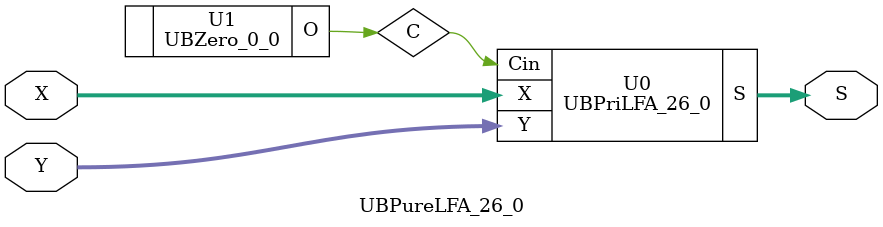
<source format=v>
/*----------------------------------------------------------------------------
  Copyright (c) 2021 Homma laboratory. All rights reserved.

  Top module: UBLFA_26_0_26_0

  Operand-1 length: 27
  Operand-2 length: 27
  Two-operand addition algorithm: Ladner-Fischer adder
----------------------------------------------------------------------------*/

module GPGenerator(Go, Po, A, B);
  output Go;
  output Po;
  input A;
  input B;
  assign Go = A & B;
  assign Po = A ^ B;
endmodule

module CarryOperator(Go, Po, Gi1, Pi1, Gi2, Pi2);
  output Go;
  output Po;
  input Gi1;
  input Gi2;
  input Pi1;
  input Pi2;
  assign Go = Gi1 | ( Gi2 & Pi1 );
  assign Po = Pi1 & Pi2;
endmodule

module UBPriLFA_26_0(S, X, Y, Cin);
  output [27:0] S;
  input Cin;
  input [26:0] X;
  input [26:0] Y;
  wire [26:0] G0;
  wire [26:0] G1;
  wire [26:0] G2;
  wire [26:0] G3;
  wire [26:0] G4;
  wire [26:0] G5;
  wire [26:0] P0;
  wire [26:0] P1;
  wire [26:0] P2;
  wire [26:0] P3;
  wire [26:0] P4;
  wire [26:0] P5;
  assign P1[0] = P0[0];
  assign G1[0] = G0[0];
  assign P1[2] = P0[2];
  assign G1[2] = G0[2];
  assign P1[4] = P0[4];
  assign G1[4] = G0[4];
  assign P1[6] = P0[6];
  assign G1[6] = G0[6];
  assign P1[8] = P0[8];
  assign G1[8] = G0[8];
  assign P1[10] = P0[10];
  assign G1[10] = G0[10];
  assign P1[12] = P0[12];
  assign G1[12] = G0[12];
  assign P1[14] = P0[14];
  assign G1[14] = G0[14];
  assign P1[16] = P0[16];
  assign G1[16] = G0[16];
  assign P1[18] = P0[18];
  assign G1[18] = G0[18];
  assign P1[20] = P0[20];
  assign G1[20] = G0[20];
  assign P1[22] = P0[22];
  assign G1[22] = G0[22];
  assign P1[24] = P0[24];
  assign G1[24] = G0[24];
  assign P1[26] = P0[26];
  assign G1[26] = G0[26];
  assign P2[0] = P1[0];
  assign G2[0] = G1[0];
  assign P2[1] = P1[1];
  assign G2[1] = G1[1];
  assign P2[4] = P1[4];
  assign G2[4] = G1[4];
  assign P2[5] = P1[5];
  assign G2[5] = G1[5];
  assign P2[8] = P1[8];
  assign G2[8] = G1[8];
  assign P2[9] = P1[9];
  assign G2[9] = G1[9];
  assign P2[12] = P1[12];
  assign G2[12] = G1[12];
  assign P2[13] = P1[13];
  assign G2[13] = G1[13];
  assign P2[16] = P1[16];
  assign G2[16] = G1[16];
  assign P2[17] = P1[17];
  assign G2[17] = G1[17];
  assign P2[20] = P1[20];
  assign G2[20] = G1[20];
  assign P2[21] = P1[21];
  assign G2[21] = G1[21];
  assign P2[24] = P1[24];
  assign G2[24] = G1[24];
  assign P2[25] = P1[25];
  assign G2[25] = G1[25];
  assign P3[0] = P2[0];
  assign G3[0] = G2[0];
  assign P3[1] = P2[1];
  assign G3[1] = G2[1];
  assign P3[2] = P2[2];
  assign G3[2] = G2[2];
  assign P3[3] = P2[3];
  assign G3[3] = G2[3];
  assign P3[8] = P2[8];
  assign G3[8] = G2[8];
  assign P3[9] = P2[9];
  assign G3[9] = G2[9];
  assign P3[10] = P2[10];
  assign G3[10] = G2[10];
  assign P3[11] = P2[11];
  assign G3[11] = G2[11];
  assign P3[16] = P2[16];
  assign G3[16] = G2[16];
  assign P3[17] = P2[17];
  assign G3[17] = G2[17];
  assign P3[18] = P2[18];
  assign G3[18] = G2[18];
  assign P3[19] = P2[19];
  assign G3[19] = G2[19];
  assign P3[24] = P2[24];
  assign G3[24] = G2[24];
  assign P3[25] = P2[25];
  assign G3[25] = G2[25];
  assign P3[26] = P2[26];
  assign G3[26] = G2[26];
  assign P4[0] = P3[0];
  assign G4[0] = G3[0];
  assign P4[1] = P3[1];
  assign G4[1] = G3[1];
  assign P4[2] = P3[2];
  assign G4[2] = G3[2];
  assign P4[3] = P3[3];
  assign G4[3] = G3[3];
  assign P4[4] = P3[4];
  assign G4[4] = G3[4];
  assign P4[5] = P3[5];
  assign G4[5] = G3[5];
  assign P4[6] = P3[6];
  assign G4[6] = G3[6];
  assign P4[7] = P3[7];
  assign G4[7] = G3[7];
  assign P4[16] = P3[16];
  assign G4[16] = G3[16];
  assign P4[17] = P3[17];
  assign G4[17] = G3[17];
  assign P4[18] = P3[18];
  assign G4[18] = G3[18];
  assign P4[19] = P3[19];
  assign G4[19] = G3[19];
  assign P4[20] = P3[20];
  assign G4[20] = G3[20];
  assign P4[21] = P3[21];
  assign G4[21] = G3[21];
  assign P4[22] = P3[22];
  assign G4[22] = G3[22];
  assign P4[23] = P3[23];
  assign G4[23] = G3[23];
  assign P5[0] = P4[0];
  assign G5[0] = G4[0];
  assign P5[1] = P4[1];
  assign G5[1] = G4[1];
  assign P5[2] = P4[2];
  assign G5[2] = G4[2];
  assign P5[3] = P4[3];
  assign G5[3] = G4[3];
  assign P5[4] = P4[4];
  assign G5[4] = G4[4];
  assign P5[5] = P4[5];
  assign G5[5] = G4[5];
  assign P5[6] = P4[6];
  assign G5[6] = G4[6];
  assign P5[7] = P4[7];
  assign G5[7] = G4[7];
  assign P5[8] = P4[8];
  assign G5[8] = G4[8];
  assign P5[9] = P4[9];
  assign G5[9] = G4[9];
  assign P5[10] = P4[10];
  assign G5[10] = G4[10];
  assign P5[11] = P4[11];
  assign G5[11] = G4[11];
  assign P5[12] = P4[12];
  assign G5[12] = G4[12];
  assign P5[13] = P4[13];
  assign G5[13] = G4[13];
  assign P5[14] = P4[14];
  assign G5[14] = G4[14];
  assign P5[15] = P4[15];
  assign G5[15] = G4[15];
  assign S[0] = Cin ^ P0[0];
  assign S[1] = ( G5[0] | ( P5[0] & Cin ) ) ^ P0[1];
  assign S[2] = ( G5[1] | ( P5[1] & Cin ) ) ^ P0[2];
  assign S[3] = ( G5[2] | ( P5[2] & Cin ) ) ^ P0[3];
  assign S[4] = ( G5[3] | ( P5[3] & Cin ) ) ^ P0[4];
  assign S[5] = ( G5[4] | ( P5[4] & Cin ) ) ^ P0[5];
  assign S[6] = ( G5[5] | ( P5[5] & Cin ) ) ^ P0[6];
  assign S[7] = ( G5[6] | ( P5[6] & Cin ) ) ^ P0[7];
  assign S[8] = ( G5[7] | ( P5[7] & Cin ) ) ^ P0[8];
  assign S[9] = ( G5[8] | ( P5[8] & Cin ) ) ^ P0[9];
  assign S[10] = ( G5[9] | ( P5[9] & Cin ) ) ^ P0[10];
  assign S[11] = ( G5[10] | ( P5[10] & Cin ) ) ^ P0[11];
  assign S[12] = ( G5[11] | ( P5[11] & Cin ) ) ^ P0[12];
  assign S[13] = ( G5[12] | ( P5[12] & Cin ) ) ^ P0[13];
  assign S[14] = ( G5[13] | ( P5[13] & Cin ) ) ^ P0[14];
  assign S[15] = ( G5[14] | ( P5[14] & Cin ) ) ^ P0[15];
  assign S[16] = ( G5[15] | ( P5[15] & Cin ) ) ^ P0[16];
  assign S[17] = ( G5[16] | ( P5[16] & Cin ) ) ^ P0[17];
  assign S[18] = ( G5[17] | ( P5[17] & Cin ) ) ^ P0[18];
  assign S[19] = ( G5[18] | ( P5[18] & Cin ) ) ^ P0[19];
  assign S[20] = ( G5[19] | ( P5[19] & Cin ) ) ^ P0[20];
  assign S[21] = ( G5[20] | ( P5[20] & Cin ) ) ^ P0[21];
  assign S[22] = ( G5[21] | ( P5[21] & Cin ) ) ^ P0[22];
  assign S[23] = ( G5[22] | ( P5[22] & Cin ) ) ^ P0[23];
  assign S[24] = ( G5[23] | ( P5[23] & Cin ) ) ^ P0[24];
  assign S[25] = ( G5[24] | ( P5[24] & Cin ) ) ^ P0[25];
  assign S[26] = ( G5[25] | ( P5[25] & Cin ) ) ^ P0[26];
  assign S[27] = G5[26] | ( P5[26] & Cin );
  GPGenerator U0 (G0[0], P0[0], X[0], Y[0]);
  GPGenerator U1 (G0[1], P0[1], X[1], Y[1]);
  GPGenerator U2 (G0[2], P0[2], X[2], Y[2]);
  GPGenerator U3 (G0[3], P0[3], X[3], Y[3]);
  GPGenerator U4 (G0[4], P0[4], X[4], Y[4]);
  GPGenerator U5 (G0[5], P0[5], X[5], Y[5]);
  GPGenerator U6 (G0[6], P0[6], X[6], Y[6]);
  GPGenerator U7 (G0[7], P0[7], X[7], Y[7]);
  GPGenerator U8 (G0[8], P0[8], X[8], Y[8]);
  GPGenerator U9 (G0[9], P0[9], X[9], Y[9]);
  GPGenerator U10 (G0[10], P0[10], X[10], Y[10]);
  GPGenerator U11 (G0[11], P0[11], X[11], Y[11]);
  GPGenerator U12 (G0[12], P0[12], X[12], Y[12]);
  GPGenerator U13 (G0[13], P0[13], X[13], Y[13]);
  GPGenerator U14 (G0[14], P0[14], X[14], Y[14]);
  GPGenerator U15 (G0[15], P0[15], X[15], Y[15]);
  GPGenerator U16 (G0[16], P0[16], X[16], Y[16]);
  GPGenerator U17 (G0[17], P0[17], X[17], Y[17]);
  GPGenerator U18 (G0[18], P0[18], X[18], Y[18]);
  GPGenerator U19 (G0[19], P0[19], X[19], Y[19]);
  GPGenerator U20 (G0[20], P0[20], X[20], Y[20]);
  GPGenerator U21 (G0[21], P0[21], X[21], Y[21]);
  GPGenerator U22 (G0[22], P0[22], X[22], Y[22]);
  GPGenerator U23 (G0[23], P0[23], X[23], Y[23]);
  GPGenerator U24 (G0[24], P0[24], X[24], Y[24]);
  GPGenerator U25 (G0[25], P0[25], X[25], Y[25]);
  GPGenerator U26 (G0[26], P0[26], X[26], Y[26]);
  CarryOperator U27 (G1[1], P1[1], G0[1], P0[1], G0[0], P0[0]);
  CarryOperator U28 (G1[3], P1[3], G0[3], P0[3], G0[2], P0[2]);
  CarryOperator U29 (G1[5], P1[5], G0[5], P0[5], G0[4], P0[4]);
  CarryOperator U30 (G1[7], P1[7], G0[7], P0[7], G0[6], P0[6]);
  CarryOperator U31 (G1[9], P1[9], G0[9], P0[9], G0[8], P0[8]);
  CarryOperator U32 (G1[11], P1[11], G0[11], P0[11], G0[10], P0[10]);
  CarryOperator U33 (G1[13], P1[13], G0[13], P0[13], G0[12], P0[12]);
  CarryOperator U34 (G1[15], P1[15], G0[15], P0[15], G0[14], P0[14]);
  CarryOperator U35 (G1[17], P1[17], G0[17], P0[17], G0[16], P0[16]);
  CarryOperator U36 (G1[19], P1[19], G0[19], P0[19], G0[18], P0[18]);
  CarryOperator U37 (G1[21], P1[21], G0[21], P0[21], G0[20], P0[20]);
  CarryOperator U38 (G1[23], P1[23], G0[23], P0[23], G0[22], P0[22]);
  CarryOperator U39 (G1[25], P1[25], G0[25], P0[25], G0[24], P0[24]);
  CarryOperator U40 (G2[2], P2[2], G1[2], P1[2], G1[1], P1[1]);
  CarryOperator U41 (G2[3], P2[3], G1[3], P1[3], G1[1], P1[1]);
  CarryOperator U42 (G2[6], P2[6], G1[6], P1[6], G1[5], P1[5]);
  CarryOperator U43 (G2[7], P2[7], G1[7], P1[7], G1[5], P1[5]);
  CarryOperator U44 (G2[10], P2[10], G1[10], P1[10], G1[9], P1[9]);
  CarryOperator U45 (G2[11], P2[11], G1[11], P1[11], G1[9], P1[9]);
  CarryOperator U46 (G2[14], P2[14], G1[14], P1[14], G1[13], P1[13]);
  CarryOperator U47 (G2[15], P2[15], G1[15], P1[15], G1[13], P1[13]);
  CarryOperator U48 (G2[18], P2[18], G1[18], P1[18], G1[17], P1[17]);
  CarryOperator U49 (G2[19], P2[19], G1[19], P1[19], G1[17], P1[17]);
  CarryOperator U50 (G2[22], P2[22], G1[22], P1[22], G1[21], P1[21]);
  CarryOperator U51 (G2[23], P2[23], G1[23], P1[23], G1[21], P1[21]);
  CarryOperator U52 (G2[26], P2[26], G1[26], P1[26], G1[25], P1[25]);
  CarryOperator U53 (G3[4], P3[4], G2[4], P2[4], G2[3], P2[3]);
  CarryOperator U54 (G3[5], P3[5], G2[5], P2[5], G2[3], P2[3]);
  CarryOperator U55 (G3[6], P3[6], G2[6], P2[6], G2[3], P2[3]);
  CarryOperator U56 (G3[7], P3[7], G2[7], P2[7], G2[3], P2[3]);
  CarryOperator U57 (G3[12], P3[12], G2[12], P2[12], G2[11], P2[11]);
  CarryOperator U58 (G3[13], P3[13], G2[13], P2[13], G2[11], P2[11]);
  CarryOperator U59 (G3[14], P3[14], G2[14], P2[14], G2[11], P2[11]);
  CarryOperator U60 (G3[15], P3[15], G2[15], P2[15], G2[11], P2[11]);
  CarryOperator U61 (G3[20], P3[20], G2[20], P2[20], G2[19], P2[19]);
  CarryOperator U62 (G3[21], P3[21], G2[21], P2[21], G2[19], P2[19]);
  CarryOperator U63 (G3[22], P3[22], G2[22], P2[22], G2[19], P2[19]);
  CarryOperator U64 (G3[23], P3[23], G2[23], P2[23], G2[19], P2[19]);
  CarryOperator U65 (G4[8], P4[8], G3[8], P3[8], G3[7], P3[7]);
  CarryOperator U66 (G4[9], P4[9], G3[9], P3[9], G3[7], P3[7]);
  CarryOperator U67 (G4[10], P4[10], G3[10], P3[10], G3[7], P3[7]);
  CarryOperator U68 (G4[11], P4[11], G3[11], P3[11], G3[7], P3[7]);
  CarryOperator U69 (G4[12], P4[12], G3[12], P3[12], G3[7], P3[7]);
  CarryOperator U70 (G4[13], P4[13], G3[13], P3[13], G3[7], P3[7]);
  CarryOperator U71 (G4[14], P4[14], G3[14], P3[14], G3[7], P3[7]);
  CarryOperator U72 (G4[15], P4[15], G3[15], P3[15], G3[7], P3[7]);
  CarryOperator U73 (G4[24], P4[24], G3[24], P3[24], G3[23], P3[23]);
  CarryOperator U74 (G4[25], P4[25], G3[25], P3[25], G3[23], P3[23]);
  CarryOperator U75 (G4[26], P4[26], G3[26], P3[26], G3[23], P3[23]);
  CarryOperator U76 (G5[16], P5[16], G4[16], P4[16], G4[15], P4[15]);
  CarryOperator U77 (G5[17], P5[17], G4[17], P4[17], G4[15], P4[15]);
  CarryOperator U78 (G5[18], P5[18], G4[18], P4[18], G4[15], P4[15]);
  CarryOperator U79 (G5[19], P5[19], G4[19], P4[19], G4[15], P4[15]);
  CarryOperator U80 (G5[20], P5[20], G4[20], P4[20], G4[15], P4[15]);
  CarryOperator U81 (G5[21], P5[21], G4[21], P4[21], G4[15], P4[15]);
  CarryOperator U82 (G5[22], P5[22], G4[22], P4[22], G4[15], P4[15]);
  CarryOperator U83 (G5[23], P5[23], G4[23], P4[23], G4[15], P4[15]);
  CarryOperator U84 (G5[24], P5[24], G4[24], P4[24], G4[15], P4[15]);
  CarryOperator U85 (G5[25], P5[25], G4[25], P4[25], G4[15], P4[15]);
  CarryOperator U86 (G5[26], P5[26], G4[26], P4[26], G4[15], P4[15]);
endmodule

module UBZero_0_0(O);
  output [0:0] O;
  assign O[0] = 0;
endmodule

module UBLFA_26_0_26_0 (S, X, Y);
  output [27:0] S;
  input [26:0] X;
  input [26:0] Y;
  UBPureLFA_26_0 U0 (S[27:0], X[26:0], Y[26:0]);
endmodule

module UBPureLFA_26_0 (S, X, Y);
  output [27:0] S;
  input [26:0] X;
  input [26:0] Y;
  wire C;
  UBPriLFA_26_0 U0 (S, X, Y, C);
  UBZero_0_0 U1 (C);
endmodule


</source>
